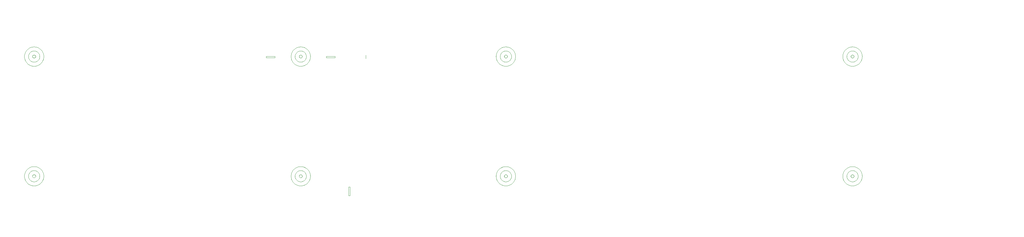
<source format=gts>
*%FSLAX23Y23*%
*%MOIN*%
G01*
D19*
X11991Y6903D02*
D03*
X12542D02*
D03*
D24*
X15105Y8629D02*
D03*
Y7189D02*
D03*
D26*
X15255Y7084D02*
D03*
Y8489D02*
D03*
Y7784D02*
D03*
Y9199D02*
D03*
X15105Y6784D02*
D03*
X15075Y6809D02*
D03*
X15005Y6829D02*
D03*
Y7534D02*
D03*
X15105Y8919D02*
D03*
Y8569D02*
D03*
X15165Y7084D02*
D03*
Y6734D02*
D03*
X15135Y6759D02*
D03*
X15165Y7134D02*
D03*
X15135Y7349D02*
D03*
Y7489D02*
D03*
X15165Y8489D02*
D03*
Y9199D02*
D03*
X15155Y8789D02*
D03*
X15165Y7784D02*
D03*
X14820Y7284D02*
D03*
X14865Y7399D02*
D03*
Y6769D02*
D03*
X14910Y7179D02*
D03*
X14865Y8179D02*
D03*
X14895Y8639D02*
D03*
X14865Y8894D02*
D03*
X14970Y8839D02*
D03*
X15000Y8239D02*
D03*
X14955Y8894D02*
D03*
X14610Y7684D02*
D03*
Y6899D02*
D03*
Y8324D02*
D03*
Y9034D02*
D03*
X14465Y9059D02*
D03*
X14435Y8914D02*
D03*
X14465Y8769D02*
D03*
X14435Y8069D02*
D03*
X14300Y7089D02*
D03*
X14325Y7264D02*
D03*
Y7534D02*
D03*
X14255Y9209D02*
D03*
X14250Y8504D02*
D03*
Y7859D02*
D03*
X14225Y8749D02*
D03*
X14330Y8184D02*
D03*
X14060Y7089D02*
D03*
X14125Y7554D02*
D03*
X14135Y8184D02*
D03*
X14060Y9059D02*
D03*
X14165Y8889D02*
D03*
X13880Y6989D02*
D03*
X13935Y9209D02*
D03*
X14018Y7662D02*
D03*
X13750Y8889D02*
D03*
X13710Y7934D02*
D03*
X13650Y8368D02*
D03*
X13700Y9304D02*
D03*
X13785Y7454D02*
D03*
X13770Y7284D02*
D03*
X13755Y6894D02*
D03*
X13770Y7374D02*
D03*
X13785Y8379D02*
D03*
X13770Y7794D02*
D03*
Y8279D02*
D03*
X13775Y7934D02*
D03*
X13520Y6794D02*
D03*
X13465Y7619D02*
D03*
X13558Y7044D02*
D03*
X13465Y7529D02*
D03*
Y8104D02*
D03*
X13455Y8609D02*
D03*
X13465Y8014D02*
D03*
X13455Y8519D02*
D03*
X13560Y8889D02*
D03*
X13250Y7059D02*
D03*
X13350Y8434D02*
D03*
X13343Y8521D02*
D03*
X13250Y8024D02*
D03*
X13240Y8474D02*
D03*
X13315Y9299D02*
D03*
X13410Y6944D02*
D03*
X13390Y7434D02*
D03*
Y7474D02*
D03*
X13405Y7019D02*
D03*
X13365Y7964D02*
D03*
X13390Y7919D02*
D03*
X13100Y6997D02*
D03*
X13165Y8909D02*
D03*
X13235Y7539D02*
D03*
X12870Y7649D02*
D03*
X12910Y7019D02*
D03*
X12870Y7424D02*
D03*
Y7199D02*
D03*
X12865Y8699D02*
D03*
Y9249D02*
D03*
X12870Y7874D02*
D03*
Y8099D02*
D03*
X12865Y8549D02*
D03*
Y8324D02*
D03*
X12730Y6854D02*
D03*
Y6989D02*
D03*
X12655Y7694D02*
D03*
X12690Y6914D02*
D03*
X12716Y8979D02*
D03*
X12655Y8274D02*
D03*
X12845Y6854D02*
D03*
Y6959D02*
D03*
X12785Y9074D02*
D03*
Y9189D02*
D03*
X12837Y9324D02*
D03*
X12573Y6796D02*
D03*
X12555Y9134D02*
D03*
X12485Y9152D02*
D03*
X12505Y8509D02*
D03*
X12475Y8479D02*
D03*
X12550Y7817D02*
D03*
Y8151D02*
D03*
X12535Y8339D02*
D03*
Y8384D02*
D03*
X12485Y7934D02*
D03*
X12540Y8034D02*
D03*
X12603Y8808D02*
D03*
X12581Y8778D02*
D03*
X12590Y8499D02*
D03*
X12295Y6854D02*
D03*
Y7009D02*
D03*
X12310Y7694D02*
D03*
X12342Y6764D02*
D03*
X12323Y8363D02*
D03*
X12383Y8364D02*
D03*
X12353Y8394D02*
D03*
X12293D02*
D03*
X12265Y7754D02*
D03*
X12264Y8909D02*
D03*
X12452Y6909D02*
D03*
X12395Y7069D02*
D03*
Y6949D02*
D03*
X12450Y7635D02*
D03*
X12420Y7817D02*
D03*
X12445Y8788D02*
D03*
X12415Y8419D02*
D03*
X12445Y8449D02*
D03*
X12420Y8151D02*
D03*
X12180Y6854D02*
D03*
Y7039D02*
D03*
X12145Y6874D02*
D03*
X12178Y8449D02*
D03*
X12148Y8479D02*
D03*
X12093Y8404D02*
D03*
X12080Y7869D02*
D03*
X12110Y7839D02*
D03*
X12175Y7844D02*
D03*
X12224Y8909D02*
D03*
X12238Y8394D02*
D03*
X12208Y8419D02*
D03*
X12235Y7784D02*
D03*
X12205Y7814D02*
D03*
X11902Y6909D02*
D03*
X11945Y7559D02*
D03*
X11881Y7319D02*
D03*
X11890Y8294D02*
D03*
X11950Y7939D02*
D03*
X11920Y7969D02*
D03*
X11890Y7999D02*
D03*
X12025Y6796D02*
D03*
X12033Y8464D02*
D03*
X12063Y8434D02*
D03*
X12050Y7899D02*
D03*
X12020Y7929D02*
D03*
X11685Y7214D02*
D03*
X11700Y6704D02*
D03*
X11730Y6734D02*
D03*
X11745Y7559D02*
D03*
X11787Y6758D02*
D03*
X11745Y8239D02*
D03*
X11845Y6909D02*
D03*
X11815Y7039D02*
D03*
Y7229D02*
D03*
X11860Y8029D02*
D03*
Y8089D02*
D03*
X11830Y8119D02*
D03*
X11800Y8149D02*
D03*
X11575Y7484D02*
D03*
X11545Y7559D02*
D03*
X11515Y6824D02*
D03*
X11600Y8124D02*
D03*
X11550Y8524D02*
D03*
X11515Y8494D02*
D03*
X11485Y8524D02*
D03*
X11605Y7414D02*
D03*
X11640Y6649D02*
D03*
X11670Y6674D02*
D03*
X11365Y7679D02*
D03*
X11390Y7647D02*
D03*
X11335Y7069D02*
D03*
X11303Y7378D02*
D03*
X11291Y6914D02*
D03*
X11365Y8014D02*
D03*
X11390Y8375D02*
D03*
Y8120D02*
D03*
Y7903D02*
D03*
X11287Y8644D02*
D03*
X11365Y8324D02*
D03*
X11445Y7394D02*
D03*
Y7304D02*
D03*
X11425Y8584D02*
D03*
X11180Y7094D02*
D03*
X11135Y7144D02*
D03*
X11090D02*
D03*
Y7094D02*
D03*
X11130Y7709D02*
D03*
Y7634D02*
D03*
X11145Y7304D02*
D03*
X11200Y8529D02*
D03*
X11155Y8304D02*
D03*
X11210Y7499D02*
D03*
X11280Y8218D02*
D03*
Y7824D02*
D03*
X11230Y8304D02*
D03*
X10915Y7199D02*
D03*
X10956D02*
D03*
X10985Y6889D02*
D03*
Y6964D02*
D03*
X10956Y7374D02*
D03*
X10917Y8644D02*
D03*
X11015Y7334D02*
D03*
X11075Y7579D02*
D03*
X11035Y8444D02*
D03*
X10760Y7039D02*
D03*
X10775Y6859D02*
D03*
X10725Y6659D02*
D03*
X10740Y8644D02*
D03*
X10870Y7499D02*
D03*
X10825Y8529D02*
D03*
X10540Y7724D02*
D03*
X10621Y8444D02*
D03*
X10661Y7579D02*
D03*
X10330Y7674D02*
D03*
X10310Y7627D02*
D03*
Y7903D02*
D03*
X10325Y8257D02*
D03*
X10420Y8198D02*
D03*
Y7804D02*
D03*
X10395Y8664D02*
D03*
X10330Y7979D02*
D03*
X10490Y7499D02*
D03*
X10444Y7473D02*
D03*
X10465Y7724D02*
D03*
X10470Y8524D02*
D03*
X10460Y8399D02*
D03*
Y8329D02*
D03*
X10120Y7553D02*
D03*
X10185Y7439D02*
D03*
X10215Y7489D02*
D03*
X10150Y7647D02*
D03*
X10120Y8399D02*
D03*
Y8279D02*
D03*
Y8329D02*
D03*
X10208Y7754D02*
D03*
X10180Y7924D02*
D03*
X10125Y8899D02*
D03*
X10190Y8139D02*
D03*
X10210Y8440D02*
D03*
X10235Y6749D02*
D03*
X9925Y7554D02*
D03*
X9915Y8559D02*
D03*
Y8170D02*
D03*
X10080Y8669D02*
D03*
X9723Y7983D02*
D03*
X9540Y7304D02*
D03*
X9565Y8179D02*
D03*
X9340Y8584D02*
D03*
X9350Y8184D02*
D03*
X9450Y6949D02*
D03*
Y7304D02*
D03*
X9510Y8034D02*
D03*
X9235Y7509D02*
D03*
Y7554D02*
D03*
X9240Y8634D02*
D03*
X9195Y8489D02*
D03*
X9246Y8134D02*
D03*
X9295Y8284D02*
D03*
Y8384D02*
D03*
X9300Y8884D02*
D03*
Y8784D02*
D03*
X9010Y7174D02*
D03*
X8935Y7609D02*
D03*
X8970Y8179D02*
D03*
Y8694D02*
D03*
X9048Y8179D02*
D03*
X8997Y8294D02*
D03*
X8950Y8514D02*
D03*
X8997Y8799D02*
D03*
X9090Y8459D02*
D03*
X9100Y8964D02*
D03*
X9074Y8679D02*
D03*
X8740Y7174D02*
D03*
X8780Y7234D02*
D03*
X8820Y8489D02*
D03*
X8910Y7174D02*
D03*
X8875Y8699D02*
D03*
Y8184D02*
D03*
Y8094D02*
D03*
X8865Y8964D02*
D03*
X8570Y7334D02*
D03*
X8630Y7089D02*
D03*
X8570Y7424D02*
D03*
X8650Y8049D02*
D03*
Y8564D02*
D03*
X8550Y8539D02*
D03*
X8710Y7144D02*
D03*
X8200Y7364D02*
D03*
X8175Y7594D02*
D03*
X8175Y7949D02*
D03*
X8340Y8374D02*
D03*
X8055Y8714D02*
D03*
X8080Y7499D02*
D03*
X7855Y8334D02*
D03*
X7680Y6944D02*
D03*
X7750Y7214D02*
D03*
X7715Y9014D02*
D03*
X7695Y8459D02*
D03*
X7005Y9014D02*
D03*
X6985Y8459D02*
D03*
X7145Y8334D02*
D03*
X5310Y7979D02*
D03*
Y8544D02*
D03*
X5045Y7154D02*
D03*
X5055Y7349D02*
D03*
X5025Y8379D02*
D03*
X5170Y7389D02*
D03*
Y8599D02*
D03*
Y7924D02*
D03*
X4840Y7394D02*
D03*
Y7094D02*
D03*
X4985Y8254D02*
D03*
X5020Y7927D02*
D03*
X4775Y7529D02*
D03*
Y8074D02*
D03*
X4790Y8329D02*
D03*
D28*
X13832Y8720D02*
X13834D01*
X13832D02*
X13833Y8709D01*
X13835Y8698D01*
X13837Y8688D01*
X13841Y8677D01*
X13845Y8668D01*
X13851Y8658D01*
X13857Y8649D01*
X13864Y8641D01*
X13872Y8633D01*
X13881Y8627D01*
X13890Y8621D01*
X13899Y8616D01*
X13910Y8612D01*
X13920Y8609D01*
X13931Y8607D01*
X13942Y8606D01*
X13952D01*
X13963Y8607D01*
X13974Y8609D01*
X13984Y8612D01*
X13995Y8616D01*
X14004Y8621D01*
X14013Y8627D01*
X14022Y8633D01*
X14030Y8641D01*
X14037Y8649D01*
X14043Y8658D01*
X14049Y8668D01*
X14053Y8677D01*
X14057Y8688D01*
X14059Y8698D01*
X14061Y8709D01*
X14062Y8720D01*
X14062D01*
X14062D02*
X14061Y8731D01*
X14059Y8742D01*
X14057Y8752D01*
X14053Y8763D01*
X14049Y8772D01*
X14043Y8782D01*
X14037Y8791D01*
X14030Y8799D01*
X14022Y8807D01*
X14013Y8813D01*
X14004Y8819D01*
X13995Y8824D01*
X13984Y8828D01*
X13974Y8831D01*
X13963Y8833D01*
X13952Y8834D01*
X13942D01*
X13931Y8833D01*
X13920Y8831D01*
X13910Y8828D01*
X13899Y8824D01*
X13890Y8819D01*
X13881Y8813D01*
X13872Y8807D01*
X13864Y8799D01*
X13857Y8791D01*
X13851Y8782D01*
X13845Y8772D01*
X13841Y8763D01*
X13837Y8752D01*
X13835Y8742D01*
X13833Y8731D01*
X13832Y8720D01*
X13880D02*
X13882D01*
X13880D02*
X13881Y8710D01*
X13883Y8700D01*
X13887Y8691D01*
X13892Y8683D01*
X13898Y8675D01*
X13906Y8668D01*
X13914Y8662D01*
X13923Y8658D01*
X13932Y8655D01*
X13942Y8654D01*
X13952D01*
X13962Y8655D01*
X13971Y8658D01*
X13980Y8662D01*
X13988Y8668D01*
X13996Y8675D01*
X14002Y8683D01*
X14007Y8691D01*
X14011Y8700D01*
X14013Y8710D01*
X14014Y8720D01*
X14014D01*
X14014D02*
X14013Y8730D01*
X14011Y8740D01*
X14007Y8749D01*
X14002Y8757D01*
X13996Y8765D01*
X13988Y8772D01*
X13980Y8778D01*
X13971Y8782D01*
X13962Y8785D01*
X13952Y8786D01*
X13942D01*
X13932Y8785D01*
X13923Y8782D01*
X13914Y8778D01*
X13906Y8772D01*
X13898Y8765D01*
X13892Y8757D01*
X13887Y8749D01*
X13883Y8740D01*
X13881Y8730D01*
X13880Y8720D01*
X13928D02*
X13930D01*
X13928D02*
X13930Y8714D01*
X13933Y8708D01*
X13938Y8704D01*
X13944Y8702D01*
X13950D01*
X13956Y8704D01*
X13961Y8708D01*
X13964Y8714D01*
X13966Y8720D01*
X13966D01*
X13966D02*
X13964Y8726D01*
X13961Y8732D01*
X13956Y8736D01*
X13950Y8738D01*
X13944D01*
X13938Y8736D01*
X13933Y8732D01*
X13930Y8726D01*
X13928Y8720D01*
X13832Y7303D02*
X13834D01*
X13832D02*
X13833Y7292D01*
X13835Y7281D01*
X13837Y7271D01*
X13841Y7260D01*
X13845Y7251D01*
X13851Y7241D01*
X13857Y7232D01*
X13864Y7224D01*
X13872Y7216D01*
X13881Y7210D01*
X13890Y7204D01*
X13899Y7199D01*
X13910Y7195D01*
X13920Y7192D01*
X13931Y7190D01*
X13942Y7189D01*
X13952D01*
X13963Y7190D01*
X13974Y7192D01*
X13984Y7195D01*
X13995Y7199D01*
X14004Y7204D01*
X14013Y7210D01*
X14022Y7216D01*
X14030Y7224D01*
X14037Y7232D01*
X14043Y7241D01*
X14049Y7251D01*
X14053Y7260D01*
X14057Y7271D01*
X14059Y7281D01*
X14061Y7292D01*
X14062Y7303D01*
X14062D01*
X14062D02*
X14061Y7314D01*
X14059Y7325D01*
X14057Y7335D01*
X14053Y7346D01*
X14049Y7355D01*
X14043Y7365D01*
X14037Y7374D01*
X14030Y7382D01*
X14022Y7390D01*
X14013Y7396D01*
X14004Y7402D01*
X13995Y7407D01*
X13984Y7411D01*
X13974Y7414D01*
X13963Y7416D01*
X13952Y7417D01*
X13942D01*
X13931Y7416D01*
X13920Y7414D01*
X13910Y7411D01*
X13899Y7407D01*
X13890Y7402D01*
X13881Y7396D01*
X13872Y7390D01*
X13864Y7382D01*
X13857Y7374D01*
X13851Y7365D01*
X13845Y7355D01*
X13841Y7346D01*
X13837Y7335D01*
X13835Y7325D01*
X13833Y7314D01*
X13832Y7303D01*
X13880D02*
X13882D01*
X13880D02*
X13881Y7293D01*
X13883Y7283D01*
X13887Y7274D01*
X13892Y7266D01*
X13898Y7258D01*
X13906Y7251D01*
X13914Y7245D01*
X13923Y7241D01*
X13932Y7238D01*
X13942Y7237D01*
X13952D01*
X13962Y7238D01*
X13971Y7241D01*
X13980Y7245D01*
X13988Y7251D01*
X13996Y7258D01*
X14002Y7266D01*
X14007Y7274D01*
X14011Y7283D01*
X14013Y7293D01*
X14014Y7303D01*
X14014D01*
X14014D02*
X14013Y7313D01*
X14011Y7323D01*
X14007Y7332D01*
X14002Y7340D01*
X13996Y7348D01*
X13988Y7355D01*
X13980Y7361D01*
X13971Y7365D01*
X13962Y7368D01*
X13952Y7369D01*
X13942D01*
X13932Y7368D01*
X13923Y7365D01*
X13914Y7361D01*
X13906Y7355D01*
X13898Y7348D01*
X13892Y7340D01*
X13887Y7332D01*
X13883Y7323D01*
X13881Y7313D01*
X13880Y7303D01*
X13928D02*
X13930D01*
X13928D02*
X13930Y7297D01*
X13933Y7291D01*
X13938Y7287D01*
X13944Y7285D01*
X13950D01*
X13956Y7287D01*
X13961Y7291D01*
X13964Y7297D01*
X13966Y7303D01*
X13966D01*
X13966D02*
X13964Y7309D01*
X13961Y7315D01*
X13956Y7319D01*
X13950Y7321D01*
X13944D01*
X13938Y7319D01*
X13933Y7315D01*
X13930Y7309D01*
X13928Y7303D01*
X9738Y8720D02*
X9740D01*
X9738D02*
X9739Y8709D01*
X9741Y8698D01*
X9743Y8688D01*
X9747Y8677D01*
X9751Y8668D01*
X9757Y8658D01*
X9763Y8649D01*
X9770Y8641D01*
X9778Y8633D01*
X9787Y8627D01*
X9796Y8621D01*
X9805Y8616D01*
X9816Y8612D01*
X9826Y8609D01*
X9837Y8607D01*
X9848Y8606D01*
X9858D01*
X9869Y8607D01*
X9880Y8609D01*
X9890Y8612D01*
X9901Y8616D01*
X9910Y8621D01*
X9919Y8627D01*
X9928Y8633D01*
X9936Y8641D01*
X9943Y8649D01*
X9949Y8658D01*
X9955Y8668D01*
X9959Y8677D01*
X9963Y8688D01*
X9965Y8698D01*
X9967Y8709D01*
X9968Y8720D01*
X9968D01*
X9968D02*
X9967Y8731D01*
X9965Y8742D01*
X9963Y8752D01*
X9959Y8763D01*
X9955Y8772D01*
X9949Y8782D01*
X9943Y8791D01*
X9936Y8799D01*
X9928Y8807D01*
X9919Y8813D01*
X9910Y8819D01*
X9901Y8824D01*
X9890Y8828D01*
X9880Y8831D01*
X9869Y8833D01*
X9858Y8834D01*
X9848D01*
X9837Y8833D01*
X9826Y8831D01*
X9816Y8828D01*
X9805Y8824D01*
X9796Y8819D01*
X9787Y8813D01*
X9778Y8807D01*
X9770Y8799D01*
X9763Y8791D01*
X9757Y8782D01*
X9751Y8772D01*
X9747Y8763D01*
X9743Y8752D01*
X9741Y8742D01*
X9739Y8731D01*
X9738Y8720D01*
X9786D02*
X9788D01*
X9786D02*
X9787Y8710D01*
X9789Y8700D01*
X9793Y8691D01*
X9798Y8683D01*
X9804Y8675D01*
X9812Y8668D01*
X9820Y8662D01*
X9829Y8658D01*
X9838Y8655D01*
X9848Y8654D01*
X9858D01*
X9868Y8655D01*
X9877Y8658D01*
X9886Y8662D01*
X9894Y8668D01*
X9902Y8675D01*
X9908Y8683D01*
X9913Y8691D01*
X9917Y8700D01*
X9919Y8710D01*
X9920Y8720D01*
X9920D01*
X9920D02*
X9919Y8730D01*
X9917Y8740D01*
X9913Y8749D01*
X9908Y8757D01*
X9902Y8765D01*
X9894Y8772D01*
X9886Y8778D01*
X9877Y8782D01*
X9868Y8785D01*
X9858Y8786D01*
X9848D01*
X9838Y8785D01*
X9829Y8782D01*
X9820Y8778D01*
X9812Y8772D01*
X9804Y8765D01*
X9798Y8757D01*
X9793Y8749D01*
X9789Y8740D01*
X9787Y8730D01*
X9786Y8720D01*
X9834D02*
X9836D01*
X9834D02*
X9836Y8714D01*
X9839Y8708D01*
X9844Y8704D01*
X9850Y8702D01*
X9856D01*
X9862Y8704D01*
X9867Y8708D01*
X9870Y8714D01*
X9872Y8720D01*
X9872D01*
X9872D02*
X9870Y8726D01*
X9867Y8732D01*
X9862Y8736D01*
X9856Y8738D01*
X9850D01*
X9844Y8736D01*
X9839Y8732D01*
X9836Y8726D01*
X9834Y8720D01*
X9738Y7303D02*
X9740D01*
X9738D02*
X9739Y7292D01*
X9741Y7281D01*
X9743Y7271D01*
X9747Y7260D01*
X9751Y7251D01*
X9757Y7241D01*
X9763Y7232D01*
X9770Y7224D01*
X9778Y7216D01*
X9787Y7210D01*
X9796Y7204D01*
X9805Y7199D01*
X9816Y7195D01*
X9826Y7192D01*
X9837Y7190D01*
X9848Y7189D01*
X9858D01*
X9869Y7190D01*
X9880Y7192D01*
X9890Y7195D01*
X9901Y7199D01*
X9910Y7204D01*
X9919Y7210D01*
X9928Y7216D01*
X9936Y7224D01*
X9943Y7232D01*
X9949Y7241D01*
X9955Y7251D01*
X9959Y7260D01*
X9963Y7271D01*
X9965Y7281D01*
X9967Y7292D01*
X9968Y7303D01*
X9968D01*
X9968D02*
X9967Y7314D01*
X9965Y7325D01*
X9963Y7335D01*
X9959Y7346D01*
X9955Y7355D01*
X9949Y7365D01*
X9943Y7374D01*
X9936Y7382D01*
X9928Y7390D01*
X9919Y7396D01*
X9910Y7402D01*
X9901Y7407D01*
X9890Y7411D01*
X9880Y7414D01*
X9869Y7416D01*
X9858Y7417D01*
X9848D01*
X9837Y7416D01*
X9826Y7414D01*
X9816Y7411D01*
X9805Y7407D01*
X9796Y7402D01*
X9787Y7396D01*
X9778Y7390D01*
X9770Y7382D01*
X9763Y7374D01*
X9757Y7365D01*
X9751Y7355D01*
X9747Y7346D01*
X9743Y7335D01*
X9741Y7325D01*
X9739Y7314D01*
X9738Y7303D01*
X9786D02*
X9788D01*
X9786D02*
X9787Y7293D01*
X9789Y7283D01*
X9793Y7274D01*
X9798Y7266D01*
X9804Y7258D01*
X9812Y7251D01*
X9820Y7245D01*
X9829Y7241D01*
X9838Y7238D01*
X9848Y7237D01*
X9858D01*
X9868Y7238D01*
X9877Y7241D01*
X9886Y7245D01*
X9894Y7251D01*
X9902Y7258D01*
X9908Y7266D01*
X9913Y7274D01*
X9917Y7283D01*
X9919Y7293D01*
X9920Y7303D01*
X9920D01*
X9920D02*
X9919Y7313D01*
X9917Y7323D01*
X9913Y7332D01*
X9908Y7340D01*
X9902Y7348D01*
X9894Y7355D01*
X9886Y7361D01*
X9877Y7365D01*
X9868Y7368D01*
X9858Y7369D01*
X9848D01*
X9838Y7368D01*
X9829Y7365D01*
X9820Y7361D01*
X9812Y7355D01*
X9804Y7348D01*
X9798Y7340D01*
X9793Y7332D01*
X9789Y7323D01*
X9787Y7313D01*
X9786Y7303D01*
X9834D02*
X9836D01*
X9834D02*
X9836Y7297D01*
X9839Y7291D01*
X9844Y7287D01*
X9850Y7285D01*
X9856D01*
X9862Y7287D01*
X9867Y7291D01*
X9870Y7297D01*
X9872Y7303D01*
X9872D01*
X9872D02*
X9870Y7309D01*
X9867Y7315D01*
X9862Y7319D01*
X9856Y7321D01*
X9850D01*
X9844Y7319D01*
X9839Y7315D01*
X9836Y7309D01*
X9834Y7303D01*
X7316Y8720D02*
X7318D01*
X7316D02*
X7317Y8709D01*
X7319Y8698D01*
X7321Y8688D01*
X7325Y8677D01*
X7329Y8668D01*
X7335Y8658D01*
X7341Y8649D01*
X7348Y8641D01*
X7356Y8633D01*
X7365Y8627D01*
X7374Y8621D01*
X7383Y8616D01*
X7394Y8612D01*
X7404Y8609D01*
X7415Y8607D01*
X7426Y8606D01*
X7436D01*
X7447Y8607D01*
X7458Y8609D01*
X7468Y8612D01*
X7479Y8616D01*
X7488Y8621D01*
X7497Y8627D01*
X7506Y8633D01*
X7514Y8641D01*
X7521Y8649D01*
X7527Y8658D01*
X7533Y8668D01*
X7537Y8677D01*
X7541Y8688D01*
X7543Y8698D01*
X7545Y8709D01*
X7546Y8720D01*
X7546D01*
X7546D02*
X7545Y8731D01*
X7543Y8742D01*
X7541Y8752D01*
X7537Y8763D01*
X7533Y8772D01*
X7527Y8782D01*
X7521Y8791D01*
X7514Y8799D01*
X7506Y8807D01*
X7497Y8813D01*
X7488Y8819D01*
X7479Y8824D01*
X7468Y8828D01*
X7458Y8831D01*
X7447Y8833D01*
X7436Y8834D01*
X7426D01*
X7415Y8833D01*
X7404Y8831D01*
X7394Y8828D01*
X7383Y8824D01*
X7374Y8819D01*
X7365Y8813D01*
X7356Y8807D01*
X7348Y8799D01*
X7341Y8791D01*
X7335Y8782D01*
X7329Y8772D01*
X7325Y8763D01*
X7321Y8752D01*
X7319Y8742D01*
X7317Y8731D01*
X7316Y8720D01*
X7364D02*
X7366D01*
X7364D02*
X7365Y8710D01*
X7367Y8700D01*
X7371Y8691D01*
X7376Y8683D01*
X7382Y8675D01*
X7390Y8668D01*
X7398Y8662D01*
X7407Y8658D01*
X7416Y8655D01*
X7426Y8654D01*
X7436D01*
X7446Y8655D01*
X7455Y8658D01*
X7464Y8662D01*
X7472Y8668D01*
X7480Y8675D01*
X7486Y8683D01*
X7491Y8691D01*
X7495Y8700D01*
X7497Y8710D01*
X7498Y8720D01*
X7498D01*
X7498D02*
X7497Y8730D01*
X7495Y8740D01*
X7491Y8749D01*
X7486Y8757D01*
X7480Y8765D01*
X7472Y8772D01*
X7464Y8778D01*
X7455Y8782D01*
X7446Y8785D01*
X7436Y8786D01*
X7426D01*
X7416Y8785D01*
X7407Y8782D01*
X7398Y8778D01*
X7390Y8772D01*
X7382Y8765D01*
X7376Y8757D01*
X7371Y8749D01*
X7367Y8740D01*
X7365Y8730D01*
X7364Y8720D01*
X7412D02*
X7414D01*
X7412D02*
X7414Y8714D01*
X7417Y8708D01*
X7422Y8704D01*
X7428Y8702D01*
X7434D01*
X7440Y8704D01*
X7445Y8708D01*
X7448Y8714D01*
X7450Y8720D01*
X7450D01*
X7450D02*
X7448Y8726D01*
X7445Y8732D01*
X7440Y8736D01*
X7434Y8738D01*
X7428D01*
X7422Y8736D01*
X7417Y8732D01*
X7414Y8726D01*
X7412Y8720D01*
X7316Y7303D02*
X7318D01*
X7316D02*
X7317Y7292D01*
X7319Y7281D01*
X7321Y7271D01*
X7325Y7260D01*
X7329Y7251D01*
X7335Y7241D01*
X7341Y7232D01*
X7348Y7224D01*
X7356Y7216D01*
X7365Y7210D01*
X7374Y7204D01*
X7383Y7199D01*
X7394Y7195D01*
X7404Y7192D01*
X7415Y7190D01*
X7426Y7189D01*
X7436D01*
X7447Y7190D01*
X7458Y7192D01*
X7468Y7195D01*
X7479Y7199D01*
X7488Y7204D01*
X7497Y7210D01*
X7506Y7216D01*
X7514Y7224D01*
X7521Y7232D01*
X7527Y7241D01*
X7533Y7251D01*
X7537Y7260D01*
X7541Y7271D01*
X7543Y7281D01*
X7545Y7292D01*
X7546Y7303D01*
X7546D01*
X7546D02*
X7545Y7314D01*
X7543Y7325D01*
X7541Y7335D01*
X7537Y7346D01*
X7533Y7355D01*
X7527Y7365D01*
X7521Y7374D01*
X7514Y7382D01*
X7506Y7390D01*
X7497Y7396D01*
X7488Y7402D01*
X7479Y7407D01*
X7468Y7411D01*
X7458Y7414D01*
X7447Y7416D01*
X7436Y7417D01*
X7426D01*
X7415Y7416D01*
X7404Y7414D01*
X7394Y7411D01*
X7383Y7407D01*
X7374Y7402D01*
X7365Y7396D01*
X7356Y7390D01*
X7348Y7382D01*
X7341Y7374D01*
X7335Y7365D01*
X7329Y7355D01*
X7325Y7346D01*
X7321Y7335D01*
X7319Y7325D01*
X7317Y7314D01*
X7316Y7303D01*
X7364D02*
X7366D01*
X7364D02*
X7365Y7293D01*
X7367Y7283D01*
X7371Y7274D01*
X7376Y7266D01*
X7382Y7258D01*
X7390Y7251D01*
X7398Y7245D01*
X7407Y7241D01*
X7416Y7238D01*
X7426Y7237D01*
X7436D01*
X7446Y7238D01*
X7455Y7241D01*
X7464Y7245D01*
X7472Y7251D01*
X7480Y7258D01*
X7486Y7266D01*
X7491Y7274D01*
X7495Y7283D01*
X7497Y7293D01*
X7498Y7303D01*
X7498D01*
X7498D02*
X7497Y7313D01*
X7495Y7323D01*
X7491Y7332D01*
X7486Y7340D01*
X7480Y7348D01*
X7472Y7355D01*
X7464Y7361D01*
X7455Y7365D01*
X7446Y7368D01*
X7436Y7369D01*
X7426D01*
X7416Y7368D01*
X7407Y7365D01*
X7398Y7361D01*
X7390Y7355D01*
X7382Y7348D01*
X7376Y7340D01*
X7371Y7332D01*
X7367Y7323D01*
X7365Y7313D01*
X7364Y7303D01*
X7412D02*
X7414D01*
X7412D02*
X7414Y7297D01*
X7417Y7291D01*
X7422Y7287D01*
X7428Y7285D01*
X7434D01*
X7440Y7287D01*
X7445Y7291D01*
X7448Y7297D01*
X7450Y7303D01*
X7450D01*
X7450D02*
X7448Y7309D01*
X7445Y7315D01*
X7440Y7319D01*
X7434Y7321D01*
X7428D01*
X7422Y7319D01*
X7417Y7315D01*
X7414Y7309D01*
X7412Y7303D01*
X4168Y8720D02*
X4168D01*
X4168D02*
X4168Y8709D01*
X4170Y8698D01*
X4172Y8688D01*
X4176Y8677D01*
X4180Y8668D01*
X4186Y8658D01*
X4192Y8649D01*
X4199Y8641D01*
X4207Y8633D01*
X4216Y8627D01*
X4225Y8621D01*
X4234Y8616D01*
X4245Y8612D01*
X4255Y8609D01*
X4266Y8607D01*
X4277Y8606D01*
X4287D01*
X4298Y8607D01*
X4309Y8609D01*
X4319Y8612D01*
X4330Y8616D01*
X4339Y8621D01*
X4348Y8627D01*
X4357Y8633D01*
X4365Y8641D01*
X4372Y8649D01*
X4378Y8658D01*
X4384Y8668D01*
X4388Y8677D01*
X4392Y8688D01*
X4394Y8698D01*
X4396Y8709D01*
X4396Y8720D01*
X4398D01*
X4396D02*
X4396Y8731D01*
X4394Y8742D01*
X4392Y8752D01*
X4388Y8763D01*
X4384Y8772D01*
X4378Y8782D01*
X4372Y8791D01*
X4365Y8799D01*
X4357Y8807D01*
X4348Y8813D01*
X4339Y8819D01*
X4330Y8824D01*
X4319Y8828D01*
X4309Y8831D01*
X4298Y8833D01*
X4287Y8834D01*
X4277D01*
X4266Y8833D01*
X4255Y8831D01*
X4245Y8828D01*
X4234Y8824D01*
X4225Y8819D01*
X4216Y8813D01*
X4207Y8807D01*
X4199Y8799D01*
X4192Y8791D01*
X4186Y8782D01*
X4180Y8772D01*
X4176Y8763D01*
X4172Y8752D01*
X4170Y8742D01*
X4168Y8731D01*
X4168Y8720D01*
X4216D02*
X4216D01*
X4216D02*
X4216Y8710D01*
X4218Y8700D01*
X4222Y8691D01*
X4227Y8683D01*
X4233Y8675D01*
X4241Y8668D01*
X4249Y8662D01*
X4258Y8658D01*
X4267Y8655D01*
X4277Y8654D01*
X4287D01*
X4297Y8655D01*
X4306Y8658D01*
X4315Y8662D01*
X4323Y8668D01*
X4331Y8675D01*
X4337Y8683D01*
X4342Y8691D01*
X4346Y8700D01*
X4348Y8710D01*
X4348Y8720D01*
X4350D01*
X4348D02*
X4348Y8730D01*
X4346Y8740D01*
X4342Y8749D01*
X4337Y8757D01*
X4331Y8765D01*
X4323Y8772D01*
X4315Y8778D01*
X4306Y8782D01*
X4297Y8785D01*
X4287Y8786D01*
X4277D01*
X4267Y8785D01*
X4258Y8782D01*
X4249Y8778D01*
X4241Y8772D01*
X4233Y8765D01*
X4227Y8757D01*
X4222Y8749D01*
X4218Y8740D01*
X4216Y8730D01*
X4216Y8720D01*
X4264D02*
X4264D01*
X4264D02*
X4265Y8714D01*
X4268Y8708D01*
X4273Y8704D01*
X4279Y8702D01*
X4285D01*
X4291Y8704D01*
X4296Y8708D01*
X4299Y8714D01*
X4300Y8720D01*
X4302D01*
X4300D02*
X4299Y8726D01*
X4296Y8732D01*
X4291Y8736D01*
X4285Y8738D01*
X4279D01*
X4273Y8736D01*
X4268Y8732D01*
X4265Y8726D01*
X4264Y8720D01*
X4168Y7303D02*
X4168D01*
X4168D02*
X4168Y7292D01*
X4170Y7281D01*
X4172Y7271D01*
X4176Y7260D01*
X4180Y7251D01*
X4186Y7241D01*
X4192Y7232D01*
X4199Y7224D01*
X4207Y7216D01*
X4216Y7210D01*
X4225Y7204D01*
X4234Y7199D01*
X4245Y7195D01*
X4255Y7192D01*
X4266Y7190D01*
X4277Y7189D01*
X4287D01*
X4298Y7190D01*
X4309Y7192D01*
X4319Y7195D01*
X4330Y7199D01*
X4339Y7204D01*
X4348Y7210D01*
X4357Y7216D01*
X4365Y7224D01*
X4372Y7232D01*
X4378Y7241D01*
X4384Y7251D01*
X4388Y7260D01*
X4392Y7271D01*
X4394Y7281D01*
X4396Y7292D01*
X4396Y7303D01*
X4398D01*
X4396D02*
X4396Y7314D01*
X4394Y7325D01*
X4392Y7335D01*
X4388Y7346D01*
X4384Y7355D01*
X4378Y7365D01*
X4372Y7374D01*
X4365Y7382D01*
X4357Y7390D01*
X4348Y7396D01*
X4339Y7402D01*
X4330Y7407D01*
X4319Y7411D01*
X4309Y7414D01*
X4298Y7416D01*
X4287Y7417D01*
X4277D01*
X4266Y7416D01*
X4255Y7414D01*
X4245Y7411D01*
X4234Y7407D01*
X4225Y7402D01*
X4216Y7396D01*
X4207Y7390D01*
X4199Y7382D01*
X4192Y7374D01*
X4186Y7365D01*
X4180Y7355D01*
X4176Y7346D01*
X4172Y7335D01*
X4170Y7325D01*
X4168Y7314D01*
X4168Y7303D01*
X4216D02*
X4216D01*
X4216D02*
X4216Y7293D01*
X4218Y7283D01*
X4222Y7274D01*
X4227Y7266D01*
X4233Y7258D01*
X4241Y7251D01*
X4249Y7245D01*
X4258Y7241D01*
X4267Y7238D01*
X4277Y7237D01*
X4287D01*
X4297Y7238D01*
X4306Y7241D01*
X4315Y7245D01*
X4323Y7251D01*
X4331Y7258D01*
X4337Y7266D01*
X4342Y7274D01*
X4346Y7283D01*
X4348Y7293D01*
X4348Y7303D01*
X4350D01*
X4348D02*
X4348Y7313D01*
X4346Y7323D01*
X4342Y7332D01*
X4337Y7340D01*
X4331Y7348D01*
X4323Y7355D01*
X4315Y7361D01*
X4306Y7365D01*
X4297Y7368D01*
X4287Y7369D01*
X4277D01*
X4267Y7368D01*
X4258Y7365D01*
X4249Y7361D01*
X4241Y7355D01*
X4233Y7348D01*
X4227Y7340D01*
X4222Y7332D01*
X4218Y7323D01*
X4216Y7313D01*
X4216Y7303D01*
X4264D02*
X4264D01*
X4264D02*
X4265Y7297D01*
X4268Y7291D01*
X4273Y7287D01*
X4279Y7285D01*
X4285D01*
X4291Y7287D01*
X4296Y7291D01*
X4299Y7297D01*
X4300Y7303D01*
X4302D01*
X4300D02*
X4299Y7309D01*
X4296Y7315D01*
X4291Y7319D01*
X4285Y7321D01*
X4279D01*
X4273Y7319D01*
X4268Y7315D01*
X4265Y7309D01*
X4264Y7303D01*
D34*
X11285Y9139D02*
D03*
X10885D02*
D03*
X11835Y9239D02*
D03*
X11785Y9139D02*
D03*
X11735Y9239D02*
D03*
X11685Y9139D02*
D03*
X11635Y9239D02*
D03*
X11585Y9139D02*
D03*
X11535Y9239D02*
D03*
X11485Y9139D02*
D03*
X11435Y9239D02*
D03*
X11385Y9139D02*
D03*
X11335Y9239D02*
D03*
X11235D02*
D03*
X11185Y9139D02*
D03*
X11135Y9239D02*
D03*
X11085Y9139D02*
D03*
X11035Y9239D02*
D03*
X10985Y9139D02*
D03*
X10935Y9239D02*
D03*
X10095Y9139D02*
D03*
X9695D02*
D03*
X10645Y9239D02*
D03*
X10595Y9139D02*
D03*
X10545Y9239D02*
D03*
X10495Y9139D02*
D03*
X10445Y9239D02*
D03*
X10395Y9139D02*
D03*
X10345Y9239D02*
D03*
X10295Y9139D02*
D03*
X10245Y9239D02*
D03*
X10195Y9139D02*
D03*
X10145Y9239D02*
D03*
X10045D02*
D03*
X9995Y9139D02*
D03*
X9945Y9239D02*
D03*
X9895Y9139D02*
D03*
X9845Y9239D02*
D03*
X9795Y9139D02*
D03*
X9745Y9239D02*
D03*
X8835Y7454D02*
D03*
X9035D02*
D03*
X4332Y7961D02*
D03*
Y7561D02*
D03*
X4232Y8511D02*
D03*
X4332Y8461D02*
D03*
X4232Y8411D02*
D03*
X4332Y8361D02*
D03*
X4232Y8311D02*
D03*
X4332Y8261D02*
D03*
X4232Y8211D02*
D03*
X4332Y8161D02*
D03*
X4232Y8111D02*
D03*
X4332Y8061D02*
D03*
X4232Y8011D02*
D03*
Y7911D02*
D03*
X4332Y7861D02*
D03*
X4232Y7811D02*
D03*
X4332Y7761D02*
D03*
X4232Y7711D02*
D03*
X4332Y7661D02*
D03*
X4232Y7611D02*
D03*
D35*
X10575Y7009D02*
D03*
X10665D02*
D03*
X10485D02*
D03*
D38*
X11396Y6784D02*
D03*
X11296D02*
D03*
X11196D02*
D03*
X11096D02*
D03*
X10996D02*
D03*
X10896D02*
D03*
X8670D02*
D03*
X8770D02*
D03*
X8870D02*
D03*
X8970D02*
D03*
X9070D02*
D03*
X9170D02*
D03*
D40*
X14865Y8459D02*
D03*
Y9169D02*
D03*
Y7754D02*
D03*
Y7049D02*
D03*
X13405Y8304D02*
D03*
Y7819D02*
D03*
X13400Y8814D02*
D03*
X13405Y7309D02*
D03*
X9675Y7429D02*
D03*
D41*
X15389Y7758D02*
D03*
Y7658D02*
D03*
Y9175D02*
D03*
Y9075D02*
D03*
X15390Y8366D02*
D03*
Y8466D02*
D03*
X15388Y6947D02*
D03*
Y7047D02*
D03*
D43*
X15588Y6948D02*
D03*
X10829Y9211D02*
D03*
X9639D02*
D03*
X4260Y7505D02*
D03*
D46*
X15687Y7047D02*
D03*
X15489D02*
D03*
Y6849D02*
D03*
X15687D02*
D03*
D52*
X15589Y9275D02*
D03*
D54*
Y7458D02*
D03*
Y7858D02*
D03*
Y8875D02*
D03*
X15590Y8566D02*
D03*
Y8166D02*
D03*
X15588Y7147D02*
D03*
Y6747D02*
D03*
D56*
X12625Y7583D02*
D03*
D61*
X11951Y6903D02*
D03*
Y6769D02*
D03*
X11931D02*
D03*
X11991D02*
D03*
X11971D02*
D03*
Y6903D02*
D03*
X11931D02*
D03*
X12483D02*
D03*
X12522D02*
D03*
Y6769D02*
D03*
X12542D02*
D03*
X12483D02*
D03*
X12502D02*
D03*
Y6903D02*
D03*
D62*
X12441Y8620D02*
D03*
X12421D02*
D03*
X12402D02*
D03*
X12382D02*
D03*
X12362D02*
D03*
X12343D02*
D03*
X12323D02*
D03*
X12303D02*
D03*
X12284D02*
D03*
X12264D02*
D03*
X12244D02*
D03*
X12224D02*
D03*
X12441Y8975D02*
D03*
X12224D02*
D03*
X12244D02*
D03*
X12264D02*
D03*
X12284D02*
D03*
X12303D02*
D03*
X12323D02*
D03*
X12343D02*
D03*
X12362D02*
D03*
X12382D02*
D03*
X12402D02*
D03*
X12421D02*
D03*
D64*
X11350Y8599D02*
D03*
X11330D02*
D03*
X11311D02*
D03*
X11291D02*
D03*
X11271D02*
D03*
X11252D02*
D03*
X11232D02*
D03*
X11212D02*
D03*
X11192D02*
D03*
X11173D02*
D03*
X11153D02*
D03*
X11134D02*
D03*
X11114D02*
D03*
X11094D02*
D03*
X11074D02*
D03*
X11055D02*
D03*
X11035D02*
D03*
X11015D02*
D03*
X10996D02*
D03*
X10976D02*
D03*
X10956D02*
D03*
X10937D02*
D03*
X10917D02*
D03*
X10897D02*
D03*
X10878D02*
D03*
X10858D02*
D03*
X10838D02*
D03*
X10818D02*
D03*
X10799D02*
D03*
X10779D02*
D03*
X10759D02*
D03*
X10740D02*
D03*
X10720D02*
D03*
X10700D02*
D03*
X10681D02*
D03*
X10661D02*
D03*
X10641D02*
D03*
X10622D02*
D03*
X10602D02*
D03*
X10582D02*
D03*
X10563D02*
D03*
X10543D02*
D03*
X10523D02*
D03*
X10504D02*
D03*
X10484D02*
D03*
X10464D02*
D03*
X10444D02*
D03*
X10425D02*
D03*
X10405D02*
D03*
X10385D02*
D03*
X10366D02*
D03*
X10346D02*
D03*
X11350Y7423D02*
D03*
X10346D02*
D03*
X10366D02*
D03*
X10385D02*
D03*
X10405D02*
D03*
X10425D02*
D03*
X10444D02*
D03*
X10464D02*
D03*
X10484D02*
D03*
X10504D02*
D03*
X10523D02*
D03*
X10543D02*
D03*
X10563D02*
D03*
X10582D02*
D03*
X10602D02*
D03*
X10622D02*
D03*
X10641D02*
D03*
X10661D02*
D03*
X10681D02*
D03*
X10700D02*
D03*
X10720D02*
D03*
X10740D02*
D03*
X10759D02*
D03*
X10779D02*
D03*
X10799D02*
D03*
X10818D02*
D03*
X10838D02*
D03*
X10858D02*
D03*
X10878D02*
D03*
X10897D02*
D03*
X10917D02*
D03*
X10937D02*
D03*
X10956D02*
D03*
X10976D02*
D03*
X10996D02*
D03*
X11015D02*
D03*
X11035D02*
D03*
X11055D02*
D03*
X11074D02*
D03*
X11094D02*
D03*
X11114D02*
D03*
X11134D02*
D03*
X11153D02*
D03*
X11173D02*
D03*
X11192D02*
D03*
X11212D02*
D03*
X11232D02*
D03*
X11252D02*
D03*
X11271D02*
D03*
X11291D02*
D03*
X11311D02*
D03*
X11330D02*
D03*
D66*
X9105Y7294D02*
D03*
X9073D02*
D03*
X9042D02*
D03*
X9010D02*
D03*
X8979D02*
D03*
X8947D02*
D03*
X8916D02*
D03*
X8884D02*
D03*
X8887Y6959D02*
D03*
X8919D02*
D03*
X8950D02*
D03*
X8982D02*
D03*
X9013D02*
D03*
X9045D02*
D03*
X9076D02*
D03*
X9108D02*
D03*
D67*
X8920Y8614D02*
D03*
X8946D02*
D03*
X8971D02*
D03*
X8997D02*
D03*
X9022D02*
D03*
X9048D02*
D03*
X9074D02*
D03*
X9099D02*
D03*
Y8866D02*
D03*
X9074D02*
D03*
X9048D02*
D03*
X9022D02*
D03*
X8997D02*
D03*
X8971D02*
D03*
X8946D02*
D03*
X8920D02*
D03*
Y8109D02*
D03*
X8946D02*
D03*
X8971D02*
D03*
X8997D02*
D03*
X9022D02*
D03*
X9048D02*
D03*
X9074D02*
D03*
X9099D02*
D03*
Y8361D02*
D03*
X9074D02*
D03*
X9048D02*
D03*
X9022D02*
D03*
X8997D02*
D03*
X8971D02*
D03*
X8946D02*
D03*
X8920D02*
D03*
D70*
X15105Y8853D02*
D03*
X15155Y8629D02*
D03*
X15205D02*
D03*
X15255D02*
D03*
Y8853D02*
D03*
X15205D02*
D03*
X15155D02*
D03*
X15105Y7413D02*
D03*
X15155Y7189D02*
D03*
X15205D02*
D03*
X15255D02*
D03*
Y7413D02*
D03*
X15205D02*
D03*
X15155D02*
D03*
D74*
X13890Y9224D02*
D03*
Y9299D02*
D03*
X13605Y9224D02*
D03*
Y9299D02*
D03*
X13560Y8519D02*
D03*
Y8444D02*
D03*
X13845Y8519D02*
D03*
Y8444D02*
D03*
X13835Y8074D02*
D03*
Y7999D02*
D03*
X13550Y8074D02*
D03*
Y7999D02*
D03*
X13560Y7594D02*
D03*
Y7519D02*
D03*
X13845Y7594D02*
D03*
Y7519D02*
D03*
X10420Y6944D02*
D03*
X10345D02*
D03*
X10720D02*
D03*
X10645D02*
D03*
X10575D02*
D03*
X10500D02*
D03*
D76*
X10382Y6864D02*
D03*
X10682D02*
D03*
X10537D02*
D03*
D79*
X7875Y8524D02*
D03*
X7695D02*
D03*
X7785D02*
D03*
X7165D02*
D03*
X6985D02*
D03*
X7075D02*
D03*
D81*
X11436Y8513D02*
D03*
Y8493D02*
D03*
Y8474D02*
D03*
Y8454D02*
D03*
Y8434D02*
D03*
Y8415D02*
D03*
Y8395D02*
D03*
Y8375D02*
D03*
Y8356D02*
D03*
Y8336D02*
D03*
Y8316D02*
D03*
Y8296D02*
D03*
Y8277D02*
D03*
Y8257D02*
D03*
Y8237D02*
D03*
Y8218D02*
D03*
Y8198D02*
D03*
Y8178D02*
D03*
Y8159D02*
D03*
Y8139D02*
D03*
Y8080D02*
D03*
Y8060D02*
D03*
Y8041D02*
D03*
Y8021D02*
D03*
Y8001D02*
D03*
Y7982D02*
D03*
Y7962D02*
D03*
Y7942D02*
D03*
Y7922D02*
D03*
Y7903D02*
D03*
Y7883D02*
D03*
Y7863D02*
D03*
Y7844D02*
D03*
Y7824D02*
D03*
Y7804D02*
D03*
Y7785D02*
D03*
Y7765D02*
D03*
Y7745D02*
D03*
Y7726D02*
D03*
Y7706D02*
D03*
Y7686D02*
D03*
Y7666D02*
D03*
Y7647D02*
D03*
Y7627D02*
D03*
Y7608D02*
D03*
Y7588D02*
D03*
Y7568D02*
D03*
Y7548D02*
D03*
Y7529D02*
D03*
Y7509D02*
D03*
X10260Y8513D02*
D03*
Y8493D02*
D03*
Y8474D02*
D03*
Y8454D02*
D03*
Y8434D02*
D03*
Y8415D02*
D03*
Y8395D02*
D03*
Y8375D02*
D03*
Y8356D02*
D03*
Y8336D02*
D03*
Y8316D02*
D03*
Y8296D02*
D03*
Y8277D02*
D03*
Y8257D02*
D03*
Y8237D02*
D03*
Y8218D02*
D03*
Y8198D02*
D03*
Y8159D02*
D03*
Y8139D02*
D03*
X11436Y8100D02*
D03*
Y8119D02*
D03*
X10260Y8178D02*
D03*
Y8119D02*
D03*
Y8100D02*
D03*
Y8080D02*
D03*
Y8060D02*
D03*
Y8041D02*
D03*
Y8021D02*
D03*
Y8001D02*
D03*
Y7982D02*
D03*
Y7962D02*
D03*
Y7942D02*
D03*
Y7922D02*
D03*
Y7903D02*
D03*
Y7883D02*
D03*
Y7863D02*
D03*
Y7844D02*
D03*
Y7824D02*
D03*
Y7804D02*
D03*
Y7785D02*
D03*
Y7765D02*
D03*
Y7745D02*
D03*
Y7726D02*
D03*
Y7706D02*
D03*
Y7686D02*
D03*
Y7666D02*
D03*
Y7647D02*
D03*
Y7627D02*
D03*
Y7608D02*
D03*
Y7588D02*
D03*
Y7568D02*
D03*
Y7548D02*
D03*
Y7529D02*
D03*
Y7509D02*
D03*
D82*
X8829Y7235D02*
D03*
Y7204D02*
D03*
Y7172D02*
D03*
Y7141D02*
D03*
Y7109D02*
D03*
Y7078D02*
D03*
Y7046D02*
D03*
Y7015D02*
D03*
X9164Y7017D02*
D03*
Y7048D02*
D03*
Y7080D02*
D03*
Y7111D02*
D03*
Y7143D02*
D03*
Y7174D02*
D03*
Y7206D02*
D03*
Y7237D02*
D03*
D85*
X11036Y7144D02*
D03*
Y7118D02*
D03*
Y7093D02*
D03*
Y7067D02*
D03*
Y7042D02*
D03*
Y7016D02*
D03*
Y6990D02*
D03*
Y6965D02*
D03*
Y6939D02*
D03*
Y6914D02*
D03*
X11241D02*
D03*
Y6939D02*
D03*
Y6965D02*
D03*
Y6990D02*
D03*
Y7016D02*
D03*
Y7042D02*
D03*
Y7067D02*
D03*
Y7093D02*
D03*
Y7118D02*
D03*
Y7144D02*
D03*
D86*
X13970Y9261D02*
D03*
X13685D02*
D03*
X13640Y8481D02*
D03*
X13925D02*
D03*
X13915Y8036D02*
D03*
X13630D02*
D03*
X13640Y7556D02*
D03*
X13925D02*
D03*
D89*
X15165Y8284D02*
D03*
X15255D02*
D03*
Y8359D02*
D03*
X15165D02*
D03*
Y8434D02*
D03*
X15255D02*
D03*
Y9069D02*
D03*
X15165D02*
D03*
X14955Y8949D02*
D03*
X14865D02*
D03*
X15165Y9144D02*
D03*
X15255D02*
D03*
X14950Y8239D02*
D03*
X14860D02*
D03*
X15165Y7729D02*
D03*
X15255D02*
D03*
X15165Y8994D02*
D03*
X15255D02*
D03*
X14865Y6829D02*
D03*
X14955D02*
D03*
X15255Y7654D02*
D03*
X15165D02*
D03*
X14955Y7534D02*
D03*
X14865D02*
D03*
X15255Y6949D02*
D03*
X15165D02*
D03*
Y7024D02*
D03*
X15255D02*
D03*
X15165Y7579D02*
D03*
X15255D02*
D03*
X15165Y6874D02*
D03*
X15255D02*
D03*
X14275Y8184D02*
D03*
X14185D02*
D03*
X13925Y8979D02*
D03*
X13835D02*
D03*
Y9054D02*
D03*
X13925D02*
D03*
X13790Y9129D02*
D03*
X13880D02*
D03*
X13700Y8889D02*
D03*
X13610D02*
D03*
X13075Y8849D02*
D03*
X13165D02*
D03*
X13075Y8774D02*
D03*
X13165D02*
D03*
X13075Y8699D02*
D03*
X13165D02*
D03*
X13075Y8624D02*
D03*
X13165D02*
D03*
X13075Y8549D02*
D03*
X13165D02*
D03*
X13075Y8474D02*
D03*
X13165D02*
D03*
X13075Y8399D02*
D03*
X13165D02*
D03*
X13075Y8324D02*
D03*
X13165D02*
D03*
X13075Y8249D02*
D03*
X13165D02*
D03*
X13075Y8174D02*
D03*
X13165D02*
D03*
X13075Y8099D02*
D03*
X13165D02*
D03*
X13075Y8024D02*
D03*
X13165D02*
D03*
X13075Y7949D02*
D03*
X13165D02*
D03*
X13075Y7874D02*
D03*
X13165D02*
D03*
X13075Y7799D02*
D03*
X13165D02*
D03*
X13405Y7089D02*
D03*
X13495D02*
D03*
X14270Y7264D02*
D03*
X14180D02*
D03*
X14270Y7534D02*
D03*
X14180D02*
D03*
X13075Y7724D02*
D03*
X13165D02*
D03*
X13075Y7649D02*
D03*
X13165D02*
D03*
X13075Y7574D02*
D03*
X13165D02*
D03*
X13075Y7499D02*
D03*
X13165D02*
D03*
X13075Y7424D02*
D03*
X13165D02*
D03*
X13075Y7349D02*
D03*
X13165D02*
D03*
X13075Y7274D02*
D03*
X13165D02*
D03*
X13075Y7199D02*
D03*
X13165D02*
D03*
X13075Y7124D02*
D03*
X13165D02*
D03*
X12920Y9324D02*
D03*
X13010D02*
D03*
X11570Y8584D02*
D03*
X11480D02*
D03*
X11800Y8239D02*
D03*
X11890D02*
D03*
X12355Y8274D02*
D03*
X12445D02*
D03*
X12605Y8274D02*
D03*
X12515D02*
D03*
X12555Y9209D02*
D03*
X12465D02*
D03*
X12920Y9249D02*
D03*
X13010D02*
D03*
X12920Y9174D02*
D03*
X13010D02*
D03*
X12920Y8849D02*
D03*
X13010D02*
D03*
X12920Y8774D02*
D03*
X13010D02*
D03*
X12920Y8624D02*
D03*
X13010D02*
D03*
X12920Y8474D02*
D03*
X13010D02*
D03*
X12920Y8399D02*
D03*
X13010D02*
D03*
Y8549D02*
D03*
X12920D02*
D03*
X13010Y8699D02*
D03*
X12920D02*
D03*
X13010Y8324D02*
D03*
X12920D02*
D03*
Y8249D02*
D03*
X13010D02*
D03*
X12920Y8174D02*
D03*
X13010D02*
D03*
Y8099D02*
D03*
X12920D02*
D03*
Y8024D02*
D03*
X13010D02*
D03*
X12920Y7949D02*
D03*
X13010D02*
D03*
Y7874D02*
D03*
X12920D02*
D03*
Y7799D02*
D03*
X13010D02*
D03*
X11880Y7264D02*
D03*
X11970D02*
D03*
Y7189D02*
D03*
X11880D02*
D03*
X11970Y7114D02*
D03*
X11880D02*
D03*
Y7039D02*
D03*
X11970D02*
D03*
X11800Y7559D02*
D03*
X11890D02*
D03*
X12605Y7694D02*
D03*
X12515D02*
D03*
X12360D02*
D03*
X12450D02*
D03*
X12920Y7724D02*
D03*
X13010D02*
D03*
Y7649D02*
D03*
X12920D02*
D03*
Y7574D02*
D03*
X13010D02*
D03*
X12920Y7499D02*
D03*
X13010D02*
D03*
Y7424D02*
D03*
X12920D02*
D03*
Y7349D02*
D03*
X13010D02*
D03*
X12920Y7274D02*
D03*
X13010D02*
D03*
Y7199D02*
D03*
X12920D02*
D03*
Y7124D02*
D03*
X13010D02*
D03*
X9975Y7554D02*
D03*
X10065D02*
D03*
X11110Y7209D02*
D03*
X11200D02*
D03*
X10930Y6889D02*
D03*
X10840D02*
D03*
X10930Y6964D02*
D03*
X10840D02*
D03*
X10930Y7039D02*
D03*
X10840D02*
D03*
X9340Y8509D02*
D03*
X9250D02*
D03*
X9045Y8964D02*
D03*
X8955D02*
D03*
X9040Y8459D02*
D03*
X8950D02*
D03*
X9258Y8002D02*
D03*
X9168D02*
D03*
X9584Y7985D02*
D03*
X9674D02*
D03*
X8580Y7089D02*
D03*
X8490D02*
D03*
Y7014D02*
D03*
X8580D02*
D03*
X9540Y7359D02*
D03*
X9450D02*
D03*
X8790Y7609D02*
D03*
X8880D02*
D03*
X9080D02*
D03*
X8990D02*
D03*
X7855Y9079D02*
D03*
X7765D02*
D03*
X7145D02*
D03*
X7055D02*
D03*
X5170Y8544D02*
D03*
X5260D02*
D03*
Y8469D02*
D03*
X5170D02*
D03*
Y8229D02*
D03*
X5260D02*
D03*
X5170Y7979D02*
D03*
X5260D02*
D03*
D96*
X12080Y6931D02*
D03*
X12240D02*
D03*
X12080Y6905D02*
D03*
X12240D02*
D03*
X12080Y6880D02*
D03*
X12240D02*
D03*
X12080Y6854D02*
D03*
X12240D02*
D03*
X12080Y6796D02*
D03*
X12240D02*
D03*
X12080Y6770D02*
D03*
X12240D02*
D03*
X12080Y6745D02*
D03*
X12240D02*
D03*
X12080Y6719D02*
D03*
X12240D02*
D03*
X12630Y6931D02*
D03*
X12790D02*
D03*
X12630Y6905D02*
D03*
X12790D02*
D03*
X12630Y6880D02*
D03*
X12790D02*
D03*
X12630Y6854D02*
D03*
X12790D02*
D03*
X12630Y6796D02*
D03*
X12790D02*
D03*
X12630Y6770D02*
D03*
X12790D02*
D03*
X12630Y6745D02*
D03*
X12790D02*
D03*
X12630Y6719D02*
D03*
X12790D02*
D03*
D97*
X8393Y8626D02*
D03*
Y8686D02*
D03*
Y8746D02*
D03*
Y8806D02*
D03*
X7815Y7034D02*
D03*
Y7214D02*
D03*
Y7124D02*
D03*
D99*
X12555Y9304D02*
D03*
X12420D02*
D03*
X9840Y8309D02*
D03*
X9705D02*
D03*
X9840Y8419D02*
D03*
X9705D02*
D03*
X9915Y8979D02*
D03*
X9780D02*
D03*
D100*
X12650Y9092D02*
D03*
Y8953D02*
D03*
X11745Y7353D02*
D03*
Y7214D02*
D03*
X10760Y7115D02*
D03*
Y7254D02*
D03*
X7680Y7193D02*
D03*
Y7054D02*
D03*
X8005Y7503D02*
D03*
Y7364D02*
D03*
D101*
X14786Y7809D02*
D03*
Y7719D02*
D03*
X14787Y8449D02*
D03*
Y8359D02*
D03*
Y8204D02*
D03*
Y8294D02*
D03*
Y8914D02*
D03*
Y9004D02*
D03*
Y9159D02*
D03*
Y9069D02*
D03*
X14970Y8784D02*
D03*
Y8694D02*
D03*
X14895Y8784D02*
D03*
Y8694D02*
D03*
X14786Y6794D02*
D03*
Y6884D02*
D03*
Y7039D02*
D03*
Y6949D02*
D03*
Y7564D02*
D03*
Y7654D02*
D03*
X14875Y7254D02*
D03*
Y7344D02*
D03*
X14950Y7254D02*
D03*
Y7344D02*
D03*
X14040Y9304D02*
D03*
Y9214D02*
D03*
X14225Y8889D02*
D03*
Y8799D02*
D03*
X13405Y8104D02*
D03*
Y8014D02*
D03*
X13830Y9214D02*
D03*
Y9304D02*
D03*
X13755Y9214D02*
D03*
Y9304D02*
D03*
X13710Y8434D02*
D03*
Y8524D02*
D03*
X13785Y8434D02*
D03*
Y8524D02*
D03*
X13995D02*
D03*
Y8434D02*
D03*
X13400Y8609D02*
D03*
Y8519D02*
D03*
X13240Y8704D02*
D03*
Y8614D02*
D03*
X13315D02*
D03*
Y8704D02*
D03*
Y8774D02*
D03*
Y8864D02*
D03*
X13240Y8774D02*
D03*
Y8864D02*
D03*
X13710Y8279D02*
D03*
Y8369D02*
D03*
X13325Y8104D02*
D03*
Y8194D02*
D03*
X13250D02*
D03*
Y8104D02*
D03*
Y8259D02*
D03*
Y8349D02*
D03*
X13325Y8259D02*
D03*
Y8349D02*
D03*
X13710Y7794D02*
D03*
Y7884D02*
D03*
X13325Y7779D02*
D03*
Y7869D02*
D03*
X13250Y7779D02*
D03*
Y7869D02*
D03*
X13985Y8079D02*
D03*
Y7989D02*
D03*
X13775D02*
D03*
Y8079D02*
D03*
X13700Y7989D02*
D03*
Y8079D02*
D03*
X13300Y6884D02*
D03*
Y6974D02*
D03*
X13810Y6984D02*
D03*
Y6894D02*
D03*
X13325Y7619D02*
D03*
Y7709D02*
D03*
X13250D02*
D03*
Y7619D02*
D03*
X13405D02*
D03*
Y7529D02*
D03*
X13325Y7109D02*
D03*
Y7199D02*
D03*
X13250D02*
D03*
Y7109D02*
D03*
Y7264D02*
D03*
Y7354D02*
D03*
X13710Y7284D02*
D03*
Y7374D02*
D03*
X13785Y7509D02*
D03*
Y7599D02*
D03*
X13995Y7509D02*
D03*
Y7599D02*
D03*
X13710Y7509D02*
D03*
Y7599D02*
D03*
X13325Y7264D02*
D03*
Y7354D02*
D03*
X12590Y8554D02*
D03*
Y8644D02*
D03*
X12860Y8934D02*
D03*
Y9024D02*
D03*
X12785Y8934D02*
D03*
Y9024D02*
D03*
X12685Y8774D02*
D03*
Y8864D02*
D03*
X11745Y7124D02*
D03*
Y7034D02*
D03*
X11500Y7304D02*
D03*
Y7394D02*
D03*
X12397Y6764D02*
D03*
Y6854D02*
D03*
X11846Y6758D02*
D03*
Y6848D02*
D03*
X9915Y8329D02*
D03*
Y8239D02*
D03*
Y8399D02*
D03*
Y8489D02*
D03*
X10190Y8279D02*
D03*
Y8189D02*
D03*
X9990Y8979D02*
D03*
Y8889D02*
D03*
X11015Y7279D02*
D03*
Y7189D02*
D03*
X10295Y6794D02*
D03*
Y6704D02*
D03*
X10595Y6794D02*
D03*
Y6704D02*
D03*
X10445Y6794D02*
D03*
Y6704D02*
D03*
X10370D02*
D03*
Y6794D02*
D03*
X10670Y6704D02*
D03*
Y6794D02*
D03*
X10520Y6704D02*
D03*
Y6794D02*
D03*
X9510Y8089D02*
D03*
Y8179D02*
D03*
X8470Y8589D02*
D03*
Y8679D02*
D03*
Y8749D02*
D03*
Y8839D02*
D03*
X8820Y8699D02*
D03*
Y8609D02*
D03*
Y8184D02*
D03*
Y8094D02*
D03*
X8550Y8749D02*
D03*
Y8839D02*
D03*
Y8589D02*
D03*
Y8679D02*
D03*
X9370Y7529D02*
D03*
Y7439D02*
D03*
X9295Y7574D02*
D03*
Y7484D02*
D03*
X8635Y7334D02*
D03*
Y7424D02*
D03*
X8140Y7364D02*
D03*
Y7454D02*
D03*
D104*
X10796Y6784D02*
D03*
X8570D02*
D03*
D106*
X15089Y8409D02*
D03*
Y8359D02*
D03*
Y8309D02*
D03*
X14865D02*
D03*
Y8359D02*
D03*
Y8409D02*
D03*
X15089Y8459D02*
D03*
Y9169D02*
D03*
X14865Y9119D02*
D03*
Y9069D02*
D03*
Y9019D02*
D03*
X15089D02*
D03*
Y9069D02*
D03*
Y9119D02*
D03*
Y7754D02*
D03*
X14865Y7704D02*
D03*
Y7654D02*
D03*
Y7604D02*
D03*
X15089D02*
D03*
Y7654D02*
D03*
Y7704D02*
D03*
Y6999D02*
D03*
Y6949D02*
D03*
Y6899D02*
D03*
X14865D02*
D03*
Y6949D02*
D03*
Y6999D02*
D03*
X15089Y7049D02*
D03*
X13629Y8304D02*
D03*
X13405Y8254D02*
D03*
Y8204D02*
D03*
Y8154D02*
D03*
X13629D02*
D03*
Y8204D02*
D03*
Y8254D02*
D03*
Y7819D02*
D03*
X13405Y7769D02*
D03*
Y7719D02*
D03*
Y7669D02*
D03*
X13629D02*
D03*
Y7719D02*
D03*
Y7769D02*
D03*
X13624Y8814D02*
D03*
X13400Y8764D02*
D03*
Y8714D02*
D03*
Y8664D02*
D03*
X13624D02*
D03*
Y8714D02*
D03*
Y8764D02*
D03*
X13629Y7309D02*
D03*
X13405Y7259D02*
D03*
Y7209D02*
D03*
Y7159D02*
D03*
X13629D02*
D03*
Y7209D02*
D03*
Y7259D02*
D03*
X9451Y7429D02*
D03*
X9675Y7479D02*
D03*
Y7529D02*
D03*
Y7579D02*
D03*
X9451D02*
D03*
Y7529D02*
D03*
Y7479D02*
D03*
D110*
X4713Y7527D02*
D03*
X4713Y7577D02*
D03*
Y7627D02*
D03*
Y7677D02*
D03*
Y7727D02*
D03*
Y7777D02*
D03*
Y7827D02*
D03*
Y7877D02*
D03*
Y7927D02*
D03*
Y7977D02*
D03*
X5088Y7527D02*
D03*
Y7577D02*
D03*
Y7627D02*
D03*
Y7677D02*
D03*
Y7727D02*
D03*
Y7777D02*
D03*
Y7827D02*
D03*
Y7877D02*
D03*
Y7927D02*
D03*
Y7977D02*
D03*
X4713Y8077D02*
D03*
Y8127D02*
D03*
Y8177D02*
D03*
Y8227D02*
D03*
Y8277D02*
D03*
Y8327D02*
D03*
Y8377D02*
D03*
Y8427D02*
D03*
Y8477D02*
D03*
Y8527D02*
D03*
X5088Y8077D02*
D03*
Y8127D02*
D03*
Y8177D02*
D03*
Y8227D02*
D03*
Y8277D02*
D03*
Y8327D02*
D03*
Y8377D02*
D03*
Y8427D02*
D03*
Y8477D02*
D03*
Y8527D02*
D03*
D111*
X4725Y7254D02*
D03*
X4575D02*
D03*
X4725Y7349D02*
D03*
X4575D02*
D03*
D112*
X12512Y8906D02*
D03*
Y8886D02*
D03*
Y8867D02*
D03*
Y8847D02*
D03*
Y8827D02*
D03*
Y8808D02*
D03*
Y8788D02*
D03*
Y8768D02*
D03*
Y8749D02*
D03*
Y8729D02*
D03*
Y8709D02*
D03*
Y8689D02*
D03*
X12155Y8688D02*
D03*
Y8708D02*
D03*
Y8728D02*
D03*
Y8748D02*
D03*
Y8767D02*
D03*
Y8787D02*
D03*
Y8807D02*
D03*
Y8826D02*
D03*
Y8846D02*
D03*
Y8866D02*
D03*
Y8885D02*
D03*
Y8905D02*
D03*
D113*
X9420Y8584D02*
D03*
Y8634D02*
D03*
Y8684D02*
D03*
Y8734D02*
D03*
Y8784D02*
D03*
Y8834D02*
D03*
Y8884D02*
D03*
Y8934D02*
D03*
X9176D02*
D03*
Y8884D02*
D03*
Y8834D02*
D03*
Y8784D02*
D03*
Y8734D02*
D03*
Y8684D02*
D03*
Y8634D02*
D03*
Y8584D02*
D03*
Y8084D02*
D03*
Y8134D02*
D03*
Y8184D02*
D03*
Y8234D02*
D03*
Y8284D02*
D03*
Y8334D02*
D03*
Y8384D02*
D03*
Y8434D02*
D03*
X9420D02*
D03*
Y8384D02*
D03*
Y8334D02*
D03*
Y8284D02*
D03*
Y8234D02*
D03*
Y8184D02*
D03*
Y8134D02*
D03*
Y8084D02*
D03*
D117*
X14374Y9309D02*
D03*
Y9259D02*
D03*
Y9209D02*
D03*
Y9159D02*
D03*
Y9109D02*
D03*
Y9059D02*
D03*
Y9009D02*
D03*
Y8959D02*
D03*
X14130D02*
D03*
Y9009D02*
D03*
Y9059D02*
D03*
Y9109D02*
D03*
Y9159D02*
D03*
Y9209D02*
D03*
Y9259D02*
D03*
Y9309D02*
D03*
X14374Y8604D02*
D03*
Y8554D02*
D03*
Y8504D02*
D03*
Y8454D02*
D03*
Y8404D02*
D03*
Y8354D02*
D03*
Y8304D02*
D03*
Y8254D02*
D03*
X14130D02*
D03*
Y8304D02*
D03*
Y8354D02*
D03*
Y8404D02*
D03*
Y8454D02*
D03*
Y8504D02*
D03*
Y8554D02*
D03*
Y8604D02*
D03*
Y7959D02*
D03*
Y7909D02*
D03*
Y7859D02*
D03*
Y7809D02*
D03*
Y7759D02*
D03*
Y7709D02*
D03*
Y7659D02*
D03*
Y7609D02*
D03*
X14374D02*
D03*
Y7659D02*
D03*
Y7709D02*
D03*
Y7759D02*
D03*
Y7809D02*
D03*
Y7859D02*
D03*
Y7909D02*
D03*
Y7959D02*
D03*
Y7189D02*
D03*
Y7139D02*
D03*
Y7089D02*
D03*
Y7039D02*
D03*
Y6989D02*
D03*
Y6939D02*
D03*
Y6889D02*
D03*
Y6839D02*
D03*
X14130D02*
D03*
Y6889D02*
D03*
Y6939D02*
D03*
Y6989D02*
D03*
Y7039D02*
D03*
Y7089D02*
D03*
Y7139D02*
D03*
Y7189D02*
D03*
D118*
X14475Y9174D02*
D03*
X14700D02*
D03*
X14475Y8619D02*
D03*
X14700D02*
D03*
X14475Y8464D02*
D03*
X14700D02*
D03*
X14475Y7979D02*
D03*
X14700D02*
D03*
X14475Y7824D02*
D03*
X14700D02*
D03*
X14475Y7039D02*
D03*
X14700D02*
D03*
D119*
X12349Y7935D02*
D03*
Y7955D02*
D03*
Y7974D02*
D03*
X12621Y7758D02*
D03*
Y7777D02*
D03*
Y7797D02*
D03*
Y7817D02*
D03*
Y7836D02*
D03*
Y7856D02*
D03*
Y7876D02*
D03*
Y7896D02*
D03*
Y7915D02*
D03*
Y7935D02*
D03*
Y7955D02*
D03*
Y7974D02*
D03*
Y7994D02*
D03*
Y8014D02*
D03*
Y8033D02*
D03*
Y8053D02*
D03*
Y8073D02*
D03*
Y8092D02*
D03*
Y8112D02*
D03*
Y8132D02*
D03*
Y8151D02*
D03*
Y8171D02*
D03*
Y8191D02*
D03*
Y8210D02*
D03*
X12349Y8132D02*
D03*
X12349Y8112D02*
D03*
X12349Y8092D02*
D03*
Y8073D02*
D03*
Y7994D02*
D03*
Y7915D02*
D03*
Y7896D02*
D03*
Y7876D02*
D03*
Y7856D02*
D03*
Y7836D02*
D03*
Y7817D02*
D03*
Y7797D02*
D03*
Y7777D02*
D03*
Y7758D02*
D03*
Y8014D02*
D03*
Y8033D02*
D03*
Y8053D02*
D03*
Y8191D02*
D03*
Y8210D02*
D03*
Y8171D02*
D03*
Y8151D02*
D03*
D122*
X8043Y8486D02*
D03*
X8343D02*
D03*
X8043Y8946D02*
D03*
X8343D02*
D03*
D125*
X12784Y9254D02*
D03*
X12645D02*
D03*
X7716Y8389D02*
D03*
X7855D02*
D03*
X7006D02*
D03*
X7145D02*
D03*
X7716Y8944D02*
D03*
X7855D02*
D03*
X7006D02*
D03*
X7145D02*
D03*
X4841Y7154D02*
D03*
X4980D02*
D03*
X4979Y7349D02*
D03*
X4840D02*
D03*
D126*
X13560Y6989D02*
D03*
Y6854D02*
D03*
X13670Y6989D02*
D03*
Y6854D02*
D03*
X13175Y6884D02*
D03*
Y7019D02*
D03*
X13010D02*
D03*
Y6884D02*
D03*
X10155Y8809D02*
D03*
Y8674D02*
D03*
X10030Y8399D02*
D03*
Y8534D02*
D03*
Y8329D02*
D03*
Y8194D02*
D03*
X10915Y7274D02*
D03*
Y7139D02*
D03*
X8725Y8769D02*
D03*
Y8904D02*
D03*
Y8254D02*
D03*
Y8389D02*
D03*
Y8699D02*
D03*
Y8564D02*
D03*
Y8184D02*
D03*
Y8049D02*
D03*
D127*
X14535Y8984D02*
D03*
X14685Y9034D02*
D03*
Y8934D02*
D03*
X14535Y8274D02*
D03*
X14685Y8324D02*
D03*
Y8224D02*
D03*
X14535Y6849D02*
D03*
X14685Y6899D02*
D03*
Y6799D02*
D03*
X14535Y7634D02*
D03*
X14685Y7684D02*
D03*
Y7584D02*
D03*
X13105Y9024D02*
D03*
X12955Y8974D02*
D03*
Y9074D02*
D03*
D130*
X8201Y8736D02*
Y8696D01*
D131*
X7733Y8707D02*
X7837D01*
Y8721D01*
X7733D01*
Y8707D01*
X7023D02*
X7127D01*
Y8721D01*
X7023D01*
Y8707D01*
X7998Y7072D02*
X8012D01*
Y7176D01*
X7998D01*
Y7072D01*
D02*
M02*

</source>
